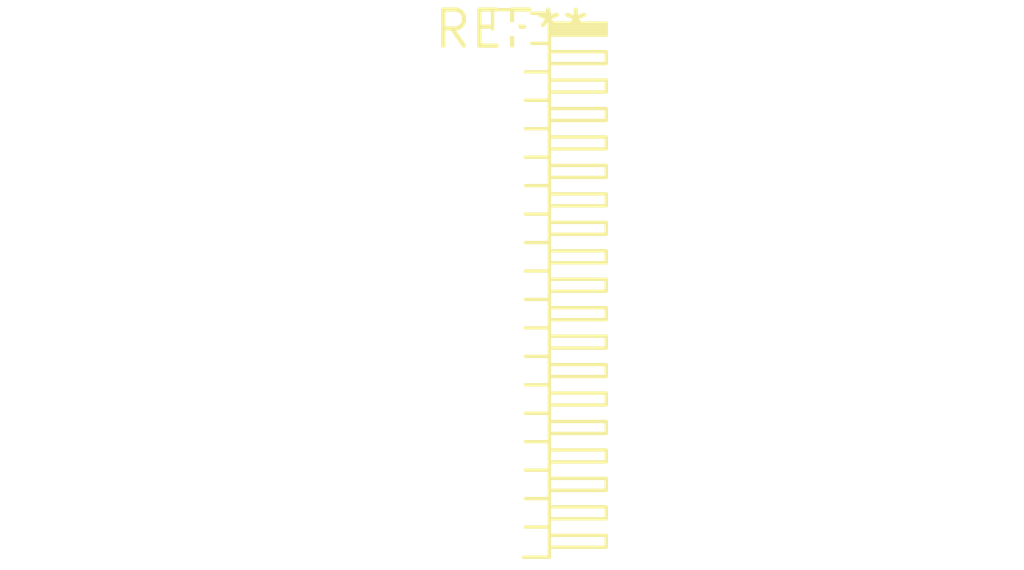
<source format=kicad_pcb>
(kicad_pcb (version 20240108) (generator pcbnew)
  (layers (0 "F.Cu" signal) (31 "B.Cu" signal) (34 "B.Paste" user) (35 "F.Paste" user) (36 "B.SilkS" user "B.Silkscreen") (37 "F.SilkS" user "F.Silkscreen") (38 "B.Mask" user) (39 "F.Mask" user) (44 "Edge.Cuts" user))
  (net 0 "")
  (footprint "PinHeader_1x19_P1.00mm_Horizontal" (layer "F.Cu") (at 0 0)
    (property "Reference" "REF**")
    (property "Value" "PinHeader_1x19_P1.00mm_Horizontal")
    (fp_line (start -0.685 -0.685) (end 0 -0.685) (layer "F.SilkS") (stroke (width 0.12)))
    (fp_line (start -0.685 0) (end -0.685 -0.685) (layer "F.SilkS") (stroke (width 0.12)))
    (fp_line (start 0.468215 1.5) (end 1.31 1.5) (layer "F.SilkS") (stroke (width 0.12)))
    (fp_line (start 0.468215 2.5) (end 1.31 2.5) (layer "F.SilkS") (stroke (width 0.12)))
    (fp_line (start 0.468215 3.5) (end 1.31 3.5) (layer "F.SilkS") (stroke (width 0.12)))
    (fp_line (start 0.468215 4.5) (end 1.31 4.5) (layer "F.SilkS") (stroke (width 0.12)))
    (fp_line (start 0.468215 5.5) (end 1.31 5.5) (layer "F.SilkS") (stroke (width 0.12)))
    (fp_line (start 0.468215 6.5) (end 1.31 6.5) (layer "F.SilkS") (stroke (width 0.12)))
    (fp_line (start 0.468215 7.5) (end 1.31 7.5) (layer "F.SilkS") (stroke (width 0.12)))
    (fp_line (start 0.468215 8.5) (end 1.31 8.5) (layer "F.SilkS") (stroke (width 0.12)))
    (fp_line (start 0.468215 9.5) (end 1.31 9.5) (layer "F.SilkS") (stroke (width 0.12)))
    (fp_line (start 0.468215 10.5) (end 1.31 10.5) (layer "F.SilkS") (stroke (width 0.12)))
    (fp_line (start 0.468215 11.5) (end 1.31 11.5) (layer "F.SilkS") (stroke (width 0.12)))
    (fp_line (start 0.468215 12.5) (end 1.31 12.5) (layer "F.SilkS") (stroke (width 0.12)))
    (fp_line (start 0.468215 13.5) (end 1.31 13.5) (layer "F.SilkS") (stroke (width 0.12)))
    (fp_line (start 0.468215 14.5) (end 1.31 14.5) (layer "F.SilkS") (stroke (width 0.12)))
    (fp_line (start 0.468215 15.5) (end 1.31 15.5) (layer "F.SilkS") (stroke (width 0.12)))
    (fp_line (start 0.468215 16.5) (end 1.31 16.5) (layer "F.SilkS") (stroke (width 0.12)))
    (fp_line (start 0.468215 17.5) (end 1.31 17.5) (layer "F.SilkS") (stroke (width 0.12)))
    (fp_line (start 0.685 -0.56) (end 1.31 -0.56) (layer "F.SilkS") (stroke (width 0.12)))
    (fp_line (start 0.685 0.5) (end 1.31 0.5) (layer "F.SilkS") (stroke (width 0.12)))
    (fp_line (start 1.31 -0.56) (end 1.31 18.56) (layer "F.SilkS") (stroke (width 0.12)))
    (fp_line (start 1.31 -0.21) (end 3.31 -0.21) (layer "F.SilkS") (stroke (width 0.12)))
    (fp_line (start 1.31 -0.15) (end 3.31 -0.15) (layer "F.SilkS") (stroke (width 0.12)))
    (fp_line (start 1.31 -0.03) (end 3.31 -0.03) (layer "F.SilkS") (stroke (width 0.12)))
    (fp_line (start 1.31 0.09) (end 3.31 0.09) (layer "F.SilkS") (stroke (width 0.12)))
    (fp_line (start 1.31 0.79) (end 3.31 0.79) (layer "F.SilkS") (stroke (width 0.12)))
    (fp_line (start 1.31 1.79) (end 3.31 1.79) (layer "F.SilkS") (stroke (width 0.12)))
    (fp_line (start 1.31 2.79) (end 3.31 2.79) (layer "F.SilkS") (stroke (width 0.12)))
    (fp_line (start 1.31 3.79) (end 3.31 3.79) (layer "F.SilkS") (stroke (width 0.12)))
    (fp_line (start 1.31 4.79) (end 3.31 4.79) (layer "F.SilkS") (stroke (width 0.12)))
    (fp_line (start 1.31 5.79) (end 3.31 5.79) (layer "F.SilkS") (stroke (width 0.12)))
    (fp_line (start 1.31 6.79) (end 3.31 6.79) (layer "F.SilkS") (stroke (width 0.12)))
    (fp_line (start 1.31 7.79) (end 3.31 7.79) (layer "F.SilkS") (stroke (width 0.12)))
    (fp_line (start 1.31 8.79) (end 3.31 8.79) (layer "F.SilkS") (stroke (width 0.12)))
    (fp_line (start 1.31 9.79) (end 3.31 9.79) (layer "F.SilkS") (stroke (width 0.12)))
    (fp_line (start 1.31 10.79) (end 3.31 10.79) (layer "F.SilkS") (stroke (width 0.12)))
    (fp_line (start 1.31 11.79) (end 3.31 11.79) (layer "F.SilkS") (stroke (width 0.12)))
    (fp_line (start 1.31 12.79) (end 3.31 12.79) (layer "F.SilkS") (stroke (width 0.12)))
    (fp_line (start 1.31 13.79) (end 3.31 13.79) (layer "F.SilkS") (stroke (width 0.12)))
    (fp_line (start 1.31 14.79) (end 3.31 14.79) (layer "F.SilkS") (stroke (width 0.12)))
    (fp_line (start 1.31 15.79) (end 3.31 15.79) (layer "F.SilkS") (stroke (width 0.12)))
    (fp_line (start 1.31 16.79) (end 3.31 16.79) (layer "F.SilkS") (stroke (width 0.12)))
    (fp_line (start 1.31 17.79) (end 3.31 17.79) (layer "F.SilkS") (stroke (width 0.12)))
    (fp_line (start 1.31 18.56) (end 0.394493 18.56) (layer "F.SilkS") (stroke (width 0.12)))
    (fp_line (start 3.31 -0.21) (end 3.31 0.21) (layer "F.SilkS") (stroke (width 0.12)))
    (fp_line (start 3.31 0.21) (end 1.31 0.21) (layer "F.SilkS") (stroke (width 0.12)))
    (fp_line (start 3.31 0.79) (end 3.31 1.21) (layer "F.SilkS") (stroke (width 0.12)))
    (fp_line (start 3.31 1.21) (end 1.31 1.21) (layer "F.SilkS") (stroke (width 0.12)))
    (fp_line (start 3.31 1.79) (end 3.31 2.21) (layer "F.SilkS") (stroke (width 0.12)))
    (fp_line (start 3.31 2.21) (end 1.31 2.21) (layer "F.SilkS") (stroke (width 0.12)))
    (fp_line (start 3.31 2.79) (end 3.31 3.21) (layer "F.SilkS") (stroke (width 0.12)))
    (fp_line (start 3.31 3.21) (end 1.31 3.21) (layer "F.SilkS") (stroke (width 0.12)))
    (fp_line (start 3.31 3.79) (end 3.31 4.21) (layer "F.SilkS") (stroke (width 0.12)))
    (fp_line (start 3.31 4.21) (end 1.31 4.21) (layer "F.SilkS") (stroke (width 0.12)))
    (fp_line (start 3.31 4.79) (end 3.31 5.21) (layer "F.SilkS") (stroke (width 0.12)))
    (fp_line (start 3.31 5.21) (end 1.31 5.21) (layer "F.SilkS") (stroke (width 0.12)))
    (fp_line (start 3.31 5.79) (end 3.31 6.21) (layer "F.SilkS") (stroke (width 0.12)))
    (fp_line (start 3.31 6.21) (end 1.31 6.21) (layer "F.SilkS") (stroke (width 0.12)))
    (fp_line (start 3.31 6.79) (end 3.31 7.21) (layer "F.SilkS") (stroke (width 0.12)))
    (fp_line (start 3.31 7.21) (end 1.31 7.21) (layer "F.SilkS") (stroke (width 0.12)))
    (fp_line (start 3.31 7.79) (end 3.31 8.21) (layer "F.SilkS") (stroke (width 0.12)))
    (fp_line (start 3.31 8.21) (end 1.31 8.21) (layer "F.SilkS") (stroke (width 0.12)))
    (fp_line (start 3.31 8.79) (end 3.31 9.21) (layer "F.SilkS") (stroke (width 0.12)))
    (fp_line (start 3.31 9.21) (end 1.31 9.21) (layer "F.SilkS") (stroke (width 0.12)))
    (fp_line (start 3.31 9.79) (end 3.31 10.21) (layer "F.SilkS") (stroke (width 0.12)))
    (fp_line (start 3.31 10.21) (end 1.31 10.21) (layer "F.SilkS") (stroke (width 0.12)))
    (fp_line (start 3.31 10.79) (end 3.31 11.21) (layer "F.SilkS") (stroke (width 0.12)))
    (fp_line (start 3.31 11.21) (end 1.31 11.21) (layer "F.SilkS") (stroke (width 0.12)))
    (fp_line (start 3.31 11.79) (end 3.31 12.21) (layer "F.SilkS") (stroke (width 0.12)))
    (fp_line (start 3.31 12.21) (end 1.31 12.21) (layer "F.SilkS") (stroke (width 0.12)))
    (fp_line (start 3.31 12.79) (end 3.31 13.21) (layer "F.SilkS") (stroke (width 0.12)))
    (fp_line (start 3.31 13.21) (end 1.31 13.21) (layer "F.SilkS") (stroke (width 0.12)))
    (fp_line (start 3.31 13.79) (end 3.31 14.21) (layer "F.SilkS") (stroke (width 0.12)))
    (fp_line (start 3.31 14.21) (end 1.31 14.21) (layer "F.SilkS") (stroke (width 0.12)))
    (fp_line (start 3.31 14.79) (end 3.31 15.21) (layer "F.SilkS") (stroke (width 0.12)))
    (fp_line (start 3.31 15.21) (end 1.31 15.21) (layer "F.SilkS") (stroke (width 0.12)))
    (fp_line (start 3.31 15.79) (end 3.31 16.21) (layer "F.SilkS") (stroke (width 0.12)))
    (fp_line (start 3.31 16.21) (end 1.31 16.21) (layer "F.SilkS") (stroke (width 0.12)))
    (fp_line (start 3.31 16.79) (end 3.31 17.21) (layer "F.SilkS") (stroke (width 0.12)))
    (fp_line (start 3.31 17.21) (end 1.31 17.21) (layer "F.SilkS") (stroke (width 0.12)))
    (fp_line (start 3.31 17.79) (end 3.31 18.21) (layer "F.SilkS") (stroke (width 0.12)))
    (fp_line (start 3.31 18.21) (end 1.31 18.21) (layer "F.SilkS") (stroke (width 0.12)))
    (pad "1" thru_hole rect (at 0 0) (size 0.85 0.85) (drill 0.5) (layers *.Cu *.Mask) (remove_unused_layers))
    (pad "2" thru_hole oval (at 0 1) (size 0.85 0.85) (drill 0.5) (layers *.Cu *.Mask) (remove_unused_layers))
    (pad "3" thru_hole oval (at 0 2) (size 0.85 0.85) (drill 0.5) (layers *.Cu *.Mask) (remove_unused_layers))
    (pad "4" thru_hole oval (at 0 3) (size 0.85 0.85) (drill 0.5) (layers *.Cu *.Mask) (remove_unused_layers))
    (pad "5" thru_hole oval (at 0 4) (size 0.85 0.85) (drill 0.5) (layers *.Cu *.Mask) (remove_unused_layers))
    (pad "6" thru_hole oval (at 0 5) (size 0.85 0.85) (drill 0.5) (layers *.Cu *.Mask) (remove_unused_layers))
    (pad "7" thru_hole oval (at 0 6) (size 0.85 0.85) (drill 0.5) (layers *.Cu *.Mask) (remove_unused_layers))
    (pad "8" thru_hole oval (at 0 7) (size 0.85 0.85) (drill 0.5) (layers *.Cu *.Mask) (remove_unused_layers))
    (pad "9" thru_hole oval (at 0 8) (size 0.85 0.85) (drill 0.5) (layers *.Cu *.Mask) (remove_unused_layers))
    (pad "10" thru_hole oval (at 0 9) (size 0.85 0.85) (drill 0.5) (layers *.Cu *.Mask) (remove_unused_layers))
    (pad "11" thru_hole oval (at 0 10) (size 0.85 0.85) (drill 0.5) (layers *.Cu *.Mask) (remove_unused_layers))
    (pad "12" thru_hole oval (at 0 11) (size 0.85 0.85) (drill 0.5) (layers *.Cu *.Mask) (remove_unused_layers))
    (pad "13" thru_hole oval (at 0 12) (size 0.85 0.85) (drill 0.5) (layers *.Cu *.Mask) (remove_unused_layers))
    (pad "14" thru_hole oval (at 0 13) (size 0.85 0.85) (drill 0.5) (layers *.Cu *.Mask) (remove_unused_layers))
    (pad "15" thru_hole oval (at 0 14) (size 0.85 0.85) (drill 0.5) (layers *.Cu *.Mask) (remove_unused_layers))
    (pad "16" thru_hole oval (at 0 15) (size 0.85 0.85) (drill 0.5) (layers *.Cu *.Mask) (remove_unused_layers))
    (pad "17" thru_hole oval (at 0 16) (size 0.85 0.85) (drill 0.5) (layers *.Cu *.Mask) (remove_unused_layers))
    (pad "18" thru_hole oval (at 0 17) (size 0.85 0.85) (drill 0.5) (layers *.Cu *.Mask) (remove_unused_layers))
    (pad "19" thru_hole oval (at 0 18) (size 0.85 0.85) (drill 0.5) (layers *.Cu *.Mask) (remove_unused_layers))
  )
)
</source>
